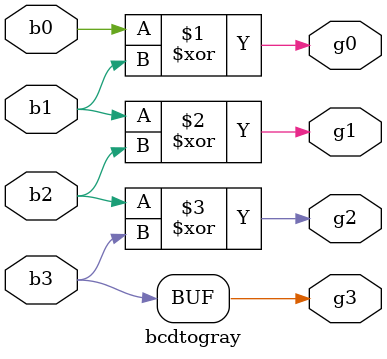
<source format=v>
module bcdtogray (b0, b1, b2, b3, g0, g1, g2, g3);
    input b0, b1, b2, b3;
    output g0, g1, g2, g3;
    
    xor x0(g0, b0, b1);
    xor x1(g1, b1, b2);
    xor x2(g2, b2, b3);
    assign g3 = b3;
endmodule
</source>
